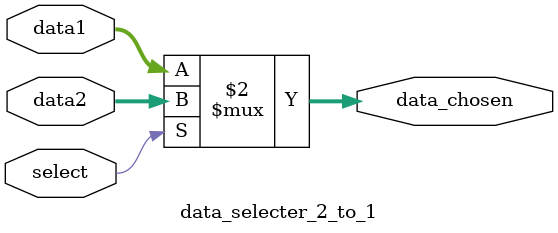
<source format=v>
`timescale 1ns / 1ps


`timescale 1ns / 1ps
module data_selecter_2_to_1(
    input [31:0] data1,
    input [31:0] data2,
    input select,
    output wire [31:0] data_chosen
    );

    assign data_chosen = (select == 1'b0)? data1:data2;
endmodule

</source>
